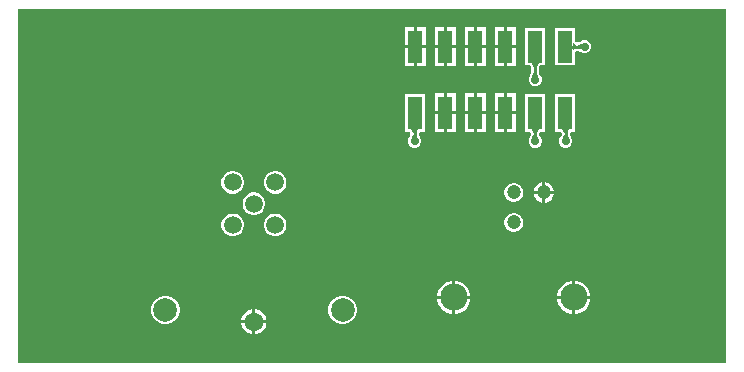
<source format=gtl>
G04*
G04 #@! TF.GenerationSoftware,Altium Limited,Altium Designer,25.8.1 (18)*
G04*
G04 Layer_Physical_Order=1*
G04 Layer_Color=255*
%FSLAX44Y44*%
%MOMM*%
G71*
G04*
G04 #@! TF.SameCoordinates,C19CE461-91EB-44EE-881C-4A3BDBF79EA7*
G04*
G04*
G04 #@! TF.FilePolarity,Positive*
G04*
G01*
G75*
%ADD13R,1.2700X2.8000*%
%ADD21C,0.2939*%
%ADD22C,1.2000*%
%ADD23C,2.3000*%
%ADD24C,1.6000*%
%ADD25C,3.5000*%
%ADD26C,1.5000*%
%ADD27C,2.0000*%
%ADD28C,0.3000*%
%ADD29C,0.7000*%
G36*
X600000Y0D02*
X0D01*
Y300000D01*
X600000D01*
Y0D01*
D02*
G37*
%LPC*%
G36*
X345390Y284540D02*
X337770D01*
Y269270D01*
X345390D01*
Y284540D01*
D02*
G37*
G36*
X421590D02*
X413970D01*
Y269270D01*
X421590D01*
Y284540D01*
D02*
G37*
G36*
X370790D02*
X363170D01*
Y269270D01*
X370790D01*
Y284540D01*
D02*
G37*
G36*
X396190D02*
X388570D01*
Y269270D01*
X396190D01*
Y284540D01*
D02*
G37*
G36*
X335230D02*
X327610D01*
Y269270D01*
X335230D01*
Y284540D01*
D02*
G37*
G36*
X411430D02*
X403810D01*
Y269270D01*
X411430D01*
Y284540D01*
D02*
G37*
G36*
X360630D02*
X353010D01*
Y269270D01*
X360630D01*
Y284540D01*
D02*
G37*
G36*
X386030D02*
X378410D01*
Y269270D01*
X386030D01*
Y284540D01*
D02*
G37*
G36*
X471850Y284000D02*
X455150D01*
Y252000D01*
X471850D01*
Y263796D01*
X473182Y264463D01*
X474455D01*
X476471Y263751D01*
X476884Y263337D01*
X478906Y262500D01*
X481094D01*
X483116Y263337D01*
X484663Y264884D01*
X485500Y266906D01*
Y269094D01*
X484663Y271115D01*
X483116Y272663D01*
X481094Y273500D01*
X478906D01*
X476884Y272663D01*
X476471Y272249D01*
X474455Y271537D01*
X473182D01*
X471850Y272204D01*
Y284000D01*
D02*
G37*
G36*
X421590Y266730D02*
X413970D01*
Y251460D01*
X421590D01*
Y266730D01*
D02*
G37*
G36*
X411430D02*
X403810D01*
Y251460D01*
X411430D01*
Y266730D01*
D02*
G37*
G36*
X396190D02*
X388570D01*
Y251460D01*
X396190D01*
Y266730D01*
D02*
G37*
G36*
X386030D02*
X378410D01*
Y251460D01*
X386030D01*
Y266730D01*
D02*
G37*
G36*
X370790D02*
X363170D01*
Y251460D01*
X370790D01*
Y266730D01*
D02*
G37*
G36*
X360630D02*
X353010D01*
Y251460D01*
X360630D01*
Y266730D01*
D02*
G37*
G36*
X345390D02*
X337770D01*
Y251460D01*
X345390D01*
Y266730D01*
D02*
G37*
G36*
X335230D02*
X327610D01*
Y251460D01*
X335230D01*
Y266730D01*
D02*
G37*
G36*
X446450Y284000D02*
X429750D01*
Y252000D01*
X433796D01*
X434463Y250668D01*
Y245544D01*
X433751Y243529D01*
X433337Y243116D01*
X432500Y241094D01*
Y238906D01*
X433337Y236884D01*
X434884Y235337D01*
X436906Y234500D01*
X439094D01*
X441115Y235337D01*
X442663Y236884D01*
X443500Y238906D01*
Y241094D01*
X442663Y243116D01*
X442249Y243529D01*
X441537Y245544D01*
Y250668D01*
X442204Y252000D01*
X446450D01*
Y284000D01*
D02*
G37*
G36*
X421590Y228540D02*
X413970D01*
Y213270D01*
X421590D01*
Y228540D01*
D02*
G37*
G36*
X370790D02*
X363170D01*
Y213270D01*
X370790D01*
Y228540D01*
D02*
G37*
G36*
X396190D02*
X388570D01*
Y213270D01*
X396190D01*
Y228540D01*
D02*
G37*
G36*
X411430D02*
X403810D01*
Y213270D01*
X411430D01*
Y228540D01*
D02*
G37*
G36*
X360630D02*
X353010D01*
Y213270D01*
X360630D01*
Y228540D01*
D02*
G37*
G36*
X386030D02*
X378410D01*
Y213270D01*
X386030D01*
Y228540D01*
D02*
G37*
G36*
X421590Y210730D02*
X413970D01*
Y195460D01*
X421590D01*
Y210730D01*
D02*
G37*
G36*
X411430D02*
X403810D01*
Y195460D01*
X411430D01*
Y210730D01*
D02*
G37*
G36*
X396190D02*
X388570D01*
Y195460D01*
X396190D01*
Y210730D01*
D02*
G37*
G36*
X386030D02*
X378410D01*
Y195460D01*
X386030D01*
Y210730D01*
D02*
G37*
G36*
X370790D02*
X363170D01*
Y195460D01*
X370790D01*
Y210730D01*
D02*
G37*
G36*
X360630D02*
X353010D01*
Y195460D01*
X360630D01*
Y210730D01*
D02*
G37*
G36*
X471850Y228000D02*
X455150D01*
Y196000D01*
X459796D01*
X460463Y194668D01*
Y193545D01*
X459751Y191529D01*
X459337Y191115D01*
X458500Y189094D01*
Y186906D01*
X459337Y184884D01*
X460885Y183337D01*
X462906Y182500D01*
X465094D01*
X467116Y183337D01*
X468663Y184884D01*
X469500Y186906D01*
Y189094D01*
X468663Y191115D01*
X468249Y191529D01*
X467537Y193545D01*
Y194668D01*
X468204Y196000D01*
X471850D01*
Y228000D01*
D02*
G37*
G36*
X446450D02*
X429750D01*
Y196000D01*
X433796D01*
X434463Y194668D01*
Y193545D01*
X433751Y191529D01*
X433337Y191115D01*
X432500Y189094D01*
Y186906D01*
X433337Y184884D01*
X434884Y183337D01*
X436906Y182500D01*
X439094D01*
X441115Y183337D01*
X442663Y184884D01*
X443500Y186906D01*
Y189094D01*
X442663Y191115D01*
X442249Y191529D01*
X441537Y193545D01*
Y194668D01*
X442204Y196000D01*
X446450D01*
Y228000D01*
D02*
G37*
G36*
X344850D02*
X328150D01*
Y196000D01*
X331796D01*
X332463Y194668D01*
Y193545D01*
X331751Y191529D01*
X331337Y191115D01*
X330500Y189094D01*
Y186906D01*
X331337Y184884D01*
X332884Y183337D01*
X334906Y182500D01*
X337094D01*
X339115Y183337D01*
X340663Y184884D01*
X341500Y186906D01*
Y189094D01*
X340663Y191115D01*
X340249Y191529D01*
X339537Y193545D01*
Y194668D01*
X340204Y196000D01*
X344850D01*
Y228000D01*
D02*
G37*
G36*
X446670Y153001D02*
Y145770D01*
X453901D01*
X453358Y147796D01*
X452234Y149744D01*
X450644Y151334D01*
X448696Y152458D01*
X446670Y153001D01*
D02*
G37*
G36*
X444130D02*
X442104Y152458D01*
X440156Y151334D01*
X438566Y149744D01*
X437442Y147796D01*
X436899Y145770D01*
X444130D01*
Y153001D01*
D02*
G37*
G36*
X219251Y162500D02*
X216749D01*
X214333Y161853D01*
X212167Y160602D01*
X210398Y158833D01*
X209147Y156667D01*
X208500Y154251D01*
Y151749D01*
X209147Y149333D01*
X210398Y147167D01*
X212167Y145398D01*
X214333Y144147D01*
X216749Y143500D01*
X219251D01*
X221667Y144147D01*
X223833Y145398D01*
X225602Y147167D01*
X226853Y149333D01*
X227500Y151749D01*
Y154251D01*
X226853Y156667D01*
X225602Y158833D01*
X223833Y160602D01*
X221667Y161853D01*
X219251Y162500D01*
D02*
G37*
G36*
X183251D02*
X180749D01*
X178333Y161853D01*
X176167Y160602D01*
X174398Y158833D01*
X173148Y156667D01*
X172500Y154251D01*
Y151749D01*
X173148Y149333D01*
X174398Y147167D01*
X176167Y145398D01*
X178333Y144147D01*
X180749Y143500D01*
X183251D01*
X185667Y144147D01*
X187833Y145398D01*
X189602Y147167D01*
X190853Y149333D01*
X191500Y151749D01*
Y154251D01*
X190853Y156667D01*
X189602Y158833D01*
X187833Y160602D01*
X185667Y161853D01*
X183251Y162500D01*
D02*
G37*
G36*
X421053Y152500D02*
X418947D01*
X416912Y151955D01*
X415088Y150902D01*
X413598Y149412D01*
X412545Y147588D01*
X412000Y145553D01*
Y143447D01*
X412545Y141412D01*
X413598Y139588D01*
X415088Y138098D01*
X416912Y137045D01*
X418947Y136500D01*
X421053D01*
X423088Y137045D01*
X424912Y138098D01*
X426402Y139588D01*
X427455Y141412D01*
X428000Y143447D01*
Y145553D01*
X427455Y147588D01*
X426402Y149412D01*
X424912Y150902D01*
X423088Y151955D01*
X421053Y152500D01*
D02*
G37*
G36*
X453901Y143230D02*
X446670D01*
Y135999D01*
X448696Y136542D01*
X450644Y137666D01*
X452234Y139256D01*
X453358Y141204D01*
X453901Y143230D01*
D02*
G37*
G36*
X444130D02*
X436899D01*
X437442Y141204D01*
X438566Y139256D01*
X440156Y137666D01*
X442104Y136542D01*
X444130Y135999D01*
Y143230D01*
D02*
G37*
G36*
X201251Y144500D02*
X198749D01*
X196333Y143853D01*
X194167Y142602D01*
X192398Y140833D01*
X191147Y138667D01*
X190500Y136251D01*
Y133749D01*
X191147Y131333D01*
X192398Y129167D01*
X194167Y127398D01*
X196333Y126147D01*
X198749Y125500D01*
X201251D01*
X203667Y126147D01*
X205833Y127398D01*
X207602Y129167D01*
X208853Y131333D01*
X209500Y133749D01*
Y136251D01*
X208853Y138667D01*
X207602Y140833D01*
X205833Y142602D01*
X203667Y143853D01*
X201251Y144500D01*
D02*
G37*
G36*
X421053Y127100D02*
X418947D01*
X416912Y126555D01*
X415088Y125502D01*
X413598Y124012D01*
X412545Y122188D01*
X412000Y120153D01*
Y118047D01*
X412545Y116012D01*
X413598Y114188D01*
X415088Y112698D01*
X416912Y111645D01*
X418947Y111100D01*
X421053D01*
X423088Y111645D01*
X424912Y112698D01*
X426402Y114188D01*
X427455Y116012D01*
X428000Y118047D01*
Y120153D01*
X427455Y122188D01*
X426402Y124012D01*
X424912Y125502D01*
X423088Y126555D01*
X421053Y127100D01*
D02*
G37*
G36*
X219251Y126500D02*
X216749D01*
X214333Y125853D01*
X212167Y124602D01*
X210398Y122833D01*
X209147Y120667D01*
X208500Y118251D01*
Y115749D01*
X209147Y113333D01*
X210398Y111167D01*
X212167Y109398D01*
X214333Y108147D01*
X216749Y107500D01*
X219251D01*
X221667Y108147D01*
X223833Y109398D01*
X225602Y111167D01*
X226853Y113333D01*
X227500Y115749D01*
Y118251D01*
X226853Y120667D01*
X225602Y122833D01*
X223833Y124602D01*
X221667Y125853D01*
X219251Y126500D01*
D02*
G37*
G36*
X183251D02*
X180749D01*
X178333Y125853D01*
X176167Y124602D01*
X174398Y122833D01*
X173148Y120667D01*
X172500Y118251D01*
Y115749D01*
X173148Y113333D01*
X174398Y111167D01*
X176167Y109398D01*
X178333Y108147D01*
X180749Y107500D01*
X183251D01*
X185667Y108147D01*
X187833Y109398D01*
X189602Y111167D01*
X190853Y113333D01*
X191500Y115749D01*
Y118251D01*
X190853Y120667D01*
X189602Y122833D01*
X187833Y124602D01*
X185667Y125853D01*
X183251Y126500D01*
D02*
G37*
G36*
X472648Y69640D02*
X472070D01*
Y56870D01*
X484840D01*
Y57448D01*
X483883Y61019D01*
X482035Y64221D01*
X479421Y66835D01*
X476219Y68683D01*
X472648Y69640D01*
D02*
G37*
G36*
X469530D02*
X468952D01*
X465381Y68683D01*
X462179Y66835D01*
X459565Y64221D01*
X457717Y61019D01*
X456760Y57448D01*
Y56870D01*
X469530D01*
Y69640D01*
D02*
G37*
G36*
X371048D02*
X370470D01*
Y56870D01*
X383240D01*
Y57448D01*
X382283Y61019D01*
X380435Y64221D01*
X377821Y66835D01*
X374619Y68683D01*
X371048Y69640D01*
D02*
G37*
G36*
X367930D02*
X367352D01*
X363781Y68683D01*
X360579Y66835D01*
X357965Y64221D01*
X356117Y61019D01*
X355160Y57448D01*
Y56870D01*
X367930D01*
Y69640D01*
D02*
G37*
G36*
X484840Y54330D02*
X472070D01*
Y41560D01*
X472648D01*
X476219Y42517D01*
X479421Y44365D01*
X482035Y46979D01*
X483883Y50181D01*
X484840Y53752D01*
Y54330D01*
D02*
G37*
G36*
X469530D02*
X456760D01*
Y53752D01*
X457717Y50181D01*
X459565Y46979D01*
X462179Y44365D01*
X465381Y42517D01*
X468952Y41560D01*
X469530D01*
Y54330D01*
D02*
G37*
G36*
X383240D02*
X370470D01*
Y41560D01*
X371048D01*
X374619Y42517D01*
X377821Y44365D01*
X380435Y46979D01*
X382283Y50181D01*
X383240Y53752D01*
Y54330D01*
D02*
G37*
G36*
X367930D02*
X355160D01*
Y53752D01*
X356117Y50181D01*
X357965Y46979D01*
X360579Y44365D01*
X363781Y42517D01*
X367352Y41560D01*
X367930D01*
Y54330D01*
D02*
G37*
G36*
X201388Y45540D02*
X201270D01*
Y36270D01*
X210540D01*
Y36388D01*
X209822Y39068D01*
X208434Y41472D01*
X206472Y43434D01*
X204068Y44822D01*
X201388Y45540D01*
D02*
G37*
G36*
X198730D02*
X198612D01*
X195932Y44822D01*
X193528Y43434D01*
X191566Y41472D01*
X190178Y39068D01*
X189460Y36388D01*
Y36270D01*
X198730D01*
Y45540D01*
D02*
G37*
G36*
X276580Y57000D02*
X273420D01*
X270368Y56182D01*
X267632Y54602D01*
X265398Y52368D01*
X263818Y49632D01*
X263000Y46580D01*
Y43420D01*
X263818Y40368D01*
X265398Y37632D01*
X267632Y35398D01*
X270368Y33818D01*
X273420Y33000D01*
X276580D01*
X279632Y33818D01*
X282368Y35398D01*
X284602Y37632D01*
X286182Y40368D01*
X287000Y43420D01*
Y46580D01*
X286182Y49632D01*
X284602Y52368D01*
X282368Y54602D01*
X279632Y56182D01*
X276580Y57000D01*
D02*
G37*
G36*
X126580D02*
X123420D01*
X120368Y56182D01*
X117632Y54602D01*
X115398Y52368D01*
X113818Y49632D01*
X113000Y46580D01*
Y43420D01*
X113818Y40368D01*
X115398Y37632D01*
X117632Y35398D01*
X120368Y33818D01*
X123420Y33000D01*
X126580D01*
X129632Y33818D01*
X132368Y35398D01*
X134602Y37632D01*
X136182Y40368D01*
X137000Y43420D01*
Y46580D01*
X136182Y49632D01*
X134602Y52368D01*
X132368Y54602D01*
X129632Y56182D01*
X126580Y57000D01*
D02*
G37*
G36*
X210540Y33730D02*
X201270D01*
Y24460D01*
X201388D01*
X204068Y25178D01*
X206472Y26566D01*
X208434Y28528D01*
X209822Y30932D01*
X210540Y33612D01*
Y33730D01*
D02*
G37*
G36*
X198730D02*
X189460D01*
Y33612D01*
X190178Y30932D01*
X191566Y28528D01*
X193528Y26566D01*
X195932Y25178D01*
X198612Y24460D01*
X198730D01*
Y33730D01*
D02*
G37*
%LPD*%
G36*
X477500Y265550D02*
X474723Y266530D01*
Y269470D01*
X477500Y270450D01*
Y265550D01*
D02*
G37*
G36*
X472758Y269470D02*
Y266530D01*
X469819Y265061D01*
Y270939D01*
X472758Y269470D01*
D02*
G37*
G36*
X439469Y251091D02*
X436530D01*
X435061Y254030D01*
X440939D01*
X439469Y251091D01*
D02*
G37*
G36*
X440450Y242500D02*
X435550D01*
X436530Y245277D01*
X439469D01*
X440450Y242500D01*
D02*
G37*
G36*
X465470Y195091D02*
X462531D01*
X461061Y198030D01*
X466939D01*
X465470Y195091D01*
D02*
G37*
G36*
X466450Y190499D02*
X461550D01*
X462531Y193277D01*
X465470D01*
X466450Y190499D01*
D02*
G37*
G36*
X439469Y195091D02*
X436530D01*
X435061Y198030D01*
X440939D01*
X439469Y195091D01*
D02*
G37*
G36*
X440450Y190499D02*
X435550D01*
X436530Y193277D01*
X439469D01*
X440450Y190499D01*
D02*
G37*
G36*
X337469Y195091D02*
X334530D01*
X333061Y198030D01*
X338939D01*
X337469Y195091D01*
D02*
G37*
G36*
X338450Y190499D02*
X333550D01*
X334530Y193277D01*
X337469D01*
X338450Y190499D01*
D02*
G37*
D13*
X438100Y268000D02*
D03*
X336500D02*
D03*
X361900D02*
D03*
X387300D02*
D03*
X412700D02*
D03*
X361900Y212000D02*
D03*
X387300D02*
D03*
X412700D02*
D03*
X463500D02*
D03*
X438100D02*
D03*
X336500D02*
D03*
X463500Y268000D02*
D03*
D21*
X438000Y240000D02*
Y267900D01*
X438100Y268000D01*
X463500D02*
X480000D01*
X438000Y188000D02*
Y211900D01*
X438100Y212000D01*
X464000Y188000D02*
Y211500D01*
X463500Y212000D02*
X464000Y211500D01*
X336000Y211500D02*
X336500Y212000D01*
X336000Y188000D02*
Y211500D01*
D22*
X420000Y119100D02*
D03*
X445400Y144500D02*
D03*
X420000D02*
D03*
D23*
X470800Y55600D02*
D03*
X369200D02*
D03*
D24*
X200000Y35000D02*
D03*
D25*
X30000Y30000D02*
D03*
X570000D02*
D03*
Y270000D02*
D03*
X30000D02*
D03*
D26*
X200000Y135000D02*
D03*
X182000Y117000D02*
D03*
X218000D02*
D03*
Y153000D02*
D03*
X182000D02*
D03*
D27*
X275000Y45000D02*
D03*
X125000D02*
D03*
D28*
X421000Y185000D02*
D03*
X475000Y175000D02*
D03*
X462000Y160000D02*
D03*
X450000Y185000D02*
D03*
Y180000D02*
D03*
X432500Y135000D02*
D03*
Y140000D02*
D03*
Y145000D02*
D03*
Y150000D02*
D03*
X435000Y155000D02*
D03*
X440000Y160000D02*
D03*
X495000Y130000D02*
D03*
X490000D02*
D03*
X485000D02*
D03*
X480000D02*
D03*
X475000D02*
D03*
X470000D02*
D03*
X465000D02*
D03*
X460000D02*
D03*
X455000D02*
D03*
X450000D02*
D03*
X445000D02*
D03*
X440000D02*
D03*
X435000D02*
D03*
X430000D02*
D03*
X425000D02*
D03*
X415000D02*
D03*
X420000D02*
D03*
X405000Y140000D02*
D03*
X410000Y135000D02*
D03*
Y130000D02*
D03*
X405000Y125000D02*
D03*
Y120000D02*
D03*
Y115000D02*
D03*
X410000Y110000D02*
D03*
X415000Y105000D02*
D03*
X420000D02*
D03*
X425000D02*
D03*
X430000Y110000D02*
D03*
X435000D02*
D03*
X440000D02*
D03*
X445000D02*
D03*
X450000D02*
D03*
X455000D02*
D03*
X460000D02*
D03*
X465000D02*
D03*
X470000D02*
D03*
X475000D02*
D03*
X480000D02*
D03*
X485000D02*
D03*
X490000D02*
D03*
X495000D02*
D03*
X500000D02*
D03*
X505000D02*
D03*
X510000D02*
D03*
X395000Y80000D02*
D03*
X415000D02*
D03*
X490000Y100000D02*
D03*
X485000D02*
D03*
X435000Y80000D02*
D03*
X475000D02*
D03*
X455000D02*
D03*
X495000Y100000D02*
D03*
X355000Y80000D02*
D03*
D03*
X590000Y280000D02*
D03*
Y240000D02*
D03*
X580000Y220000D02*
D03*
X590000Y200000D02*
D03*
X580000Y180000D02*
D03*
X590000Y160000D02*
D03*
X580000Y140000D02*
D03*
X590000Y120000D02*
D03*
X580000Y100000D02*
D03*
X590000Y80000D02*
D03*
X580000Y60000D02*
D03*
X590000Y40000D02*
D03*
X570000Y240000D02*
D03*
X560000Y220000D02*
D03*
X570000Y200000D02*
D03*
X560000Y180000D02*
D03*
X570000Y160000D02*
D03*
X560000Y140000D02*
D03*
X570000Y120000D02*
D03*
X560000Y100000D02*
D03*
X570000Y80000D02*
D03*
X560000Y60000D02*
D03*
X550000Y280000D02*
D03*
Y240000D02*
D03*
Y200000D02*
D03*
Y160000D02*
D03*
Y120000D02*
D03*
X540000Y100000D02*
D03*
X550000Y80000D02*
D03*
X540000Y60000D02*
D03*
X550000Y40000D02*
D03*
X540000Y20000D02*
D03*
X530000Y280000D02*
D03*
X520000Y260000D02*
D03*
X530000Y240000D02*
D03*
X520000Y220000D02*
D03*
X530000Y200000D02*
D03*
X520000Y180000D02*
D03*
X530000Y160000D02*
D03*
X520000Y140000D02*
D03*
X530000Y80000D02*
D03*
X520000Y60000D02*
D03*
X530000Y40000D02*
D03*
X520000Y20000D02*
D03*
X510000Y280000D02*
D03*
Y240000D02*
D03*
X500000Y220000D02*
D03*
Y180000D02*
D03*
Y140000D02*
D03*
Y100000D02*
D03*
X510000Y80000D02*
D03*
X500000Y60000D02*
D03*
X510000Y40000D02*
D03*
X500000Y20000D02*
D03*
X490000Y280000D02*
D03*
X480000Y260000D02*
D03*
Y220000D02*
D03*
X490000Y200000D02*
D03*
Y160000D02*
D03*
X480000Y140000D02*
D03*
Y100000D02*
D03*
Y20000D02*
D03*
X470000Y160000D02*
D03*
X460000Y140000D02*
D03*
Y100000D02*
D03*
Y20000D02*
D03*
X450000Y280000D02*
D03*
Y200000D02*
D03*
X440000Y100000D02*
D03*
Y60000D02*
D03*
Y20000D02*
D03*
X420000Y100000D02*
D03*
Y60000D02*
D03*
X430000Y40000D02*
D03*
X420000Y20000D02*
D03*
X400000Y260000D02*
D03*
X410000Y240000D02*
D03*
X400000Y220000D02*
D03*
Y140000D02*
D03*
Y100000D02*
D03*
Y60000D02*
D03*
X410000Y40000D02*
D03*
X400000Y20000D02*
D03*
X390000Y240000D02*
D03*
X380000Y180000D02*
D03*
X390000Y120000D02*
D03*
X380000Y100000D02*
D03*
Y20000D02*
D03*
X370000Y240000D02*
D03*
X360000Y180000D02*
D03*
X370000Y160000D02*
D03*
Y120000D02*
D03*
X360000Y100000D02*
D03*
Y20000D02*
D03*
X350000Y280000D02*
D03*
Y240000D02*
D03*
Y200000D02*
D03*
Y160000D02*
D03*
Y120000D02*
D03*
X340000Y100000D02*
D03*
Y60000D02*
D03*
Y20000D02*
D03*
X320000Y260000D02*
D03*
X330000Y240000D02*
D03*
X320000Y220000D02*
D03*
X330000Y160000D02*
D03*
Y120000D02*
D03*
X320000Y100000D02*
D03*
X330000Y80000D02*
D03*
X320000Y60000D02*
D03*
X330000Y40000D02*
D03*
X320000Y20000D02*
D03*
X310000Y280000D02*
D03*
X300000Y260000D02*
D03*
X310000Y240000D02*
D03*
X300000Y220000D02*
D03*
X310000Y200000D02*
D03*
Y160000D02*
D03*
Y120000D02*
D03*
X300000Y100000D02*
D03*
X310000Y80000D02*
D03*
X300000Y60000D02*
D03*
X310000Y40000D02*
D03*
X300000Y20000D02*
D03*
X290000Y280000D02*
D03*
X280000Y260000D02*
D03*
X290000Y240000D02*
D03*
X280000Y220000D02*
D03*
X290000Y200000D02*
D03*
Y160000D02*
D03*
Y120000D02*
D03*
X280000Y100000D02*
D03*
X290000Y80000D02*
D03*
X280000Y60000D02*
D03*
X290000Y40000D02*
D03*
X280000Y20000D02*
D03*
X270000Y280000D02*
D03*
X260000Y260000D02*
D03*
X270000Y240000D02*
D03*
X260000Y220000D02*
D03*
X270000Y200000D02*
D03*
Y160000D02*
D03*
Y120000D02*
D03*
X260000Y100000D02*
D03*
X270000Y80000D02*
D03*
X260000Y60000D02*
D03*
Y20000D02*
D03*
X250000Y280000D02*
D03*
X240000Y260000D02*
D03*
X250000Y240000D02*
D03*
X240000Y220000D02*
D03*
X250000Y200000D02*
D03*
Y160000D02*
D03*
Y120000D02*
D03*
X240000Y100000D02*
D03*
X250000Y80000D02*
D03*
X240000Y60000D02*
D03*
X250000Y40000D02*
D03*
X240000Y20000D02*
D03*
X230000Y280000D02*
D03*
X220000Y260000D02*
D03*
X230000Y240000D02*
D03*
X220000Y220000D02*
D03*
X230000Y200000D02*
D03*
Y160000D02*
D03*
X220000Y100000D02*
D03*
X230000Y80000D02*
D03*
X220000Y60000D02*
D03*
X230000Y40000D02*
D03*
X220000Y20000D02*
D03*
X210000Y280000D02*
D03*
X200000Y260000D02*
D03*
X210000Y240000D02*
D03*
X200000Y220000D02*
D03*
X210000Y200000D02*
D03*
X200000Y100000D02*
D03*
X210000Y80000D02*
D03*
X200000Y60000D02*
D03*
X190000Y280000D02*
D03*
X180000Y260000D02*
D03*
X190000Y240000D02*
D03*
X180000Y220000D02*
D03*
X190000Y200000D02*
D03*
Y80000D02*
D03*
X180000Y60000D02*
D03*
Y20000D02*
D03*
X170000Y280000D02*
D03*
X160000Y260000D02*
D03*
X170000Y240000D02*
D03*
X160000Y220000D02*
D03*
X170000Y200000D02*
D03*
X160000Y180000D02*
D03*
Y140000D02*
D03*
Y100000D02*
D03*
X170000Y80000D02*
D03*
X160000Y60000D02*
D03*
X170000Y40000D02*
D03*
X160000Y20000D02*
D03*
X150000Y280000D02*
D03*
X140000Y260000D02*
D03*
X150000Y240000D02*
D03*
X140000Y220000D02*
D03*
X150000Y200000D02*
D03*
X140000Y180000D02*
D03*
X150000Y160000D02*
D03*
X140000Y140000D02*
D03*
X150000Y120000D02*
D03*
X140000Y100000D02*
D03*
X150000Y80000D02*
D03*
X140000Y60000D02*
D03*
X150000Y40000D02*
D03*
X140000Y20000D02*
D03*
X130000Y280000D02*
D03*
X120000Y260000D02*
D03*
X130000Y240000D02*
D03*
X120000Y220000D02*
D03*
X130000Y200000D02*
D03*
X120000Y180000D02*
D03*
X130000Y160000D02*
D03*
X120000Y140000D02*
D03*
X130000Y120000D02*
D03*
X120000Y100000D02*
D03*
X130000Y80000D02*
D03*
X120000Y60000D02*
D03*
Y20000D02*
D03*
X110000Y280000D02*
D03*
X100000Y260000D02*
D03*
X110000Y240000D02*
D03*
X100000Y220000D02*
D03*
X110000Y200000D02*
D03*
X100000Y180000D02*
D03*
X110000Y160000D02*
D03*
X100000Y140000D02*
D03*
X110000Y120000D02*
D03*
X100000Y100000D02*
D03*
X110000Y80000D02*
D03*
X100000Y60000D02*
D03*
X110000Y40000D02*
D03*
X100000Y20000D02*
D03*
X90000Y280000D02*
D03*
X80000Y260000D02*
D03*
X90000Y240000D02*
D03*
X80000Y220000D02*
D03*
X90000Y200000D02*
D03*
X80000Y180000D02*
D03*
X90000Y160000D02*
D03*
X80000Y140000D02*
D03*
X90000Y120000D02*
D03*
X80000Y100000D02*
D03*
X90000Y80000D02*
D03*
X80000Y60000D02*
D03*
X90000Y40000D02*
D03*
X80000Y20000D02*
D03*
X70000Y280000D02*
D03*
X60000Y260000D02*
D03*
X70000Y240000D02*
D03*
X60000Y220000D02*
D03*
X70000Y200000D02*
D03*
X60000Y180000D02*
D03*
X70000Y160000D02*
D03*
X60000Y140000D02*
D03*
X70000Y120000D02*
D03*
X60000Y100000D02*
D03*
X70000Y80000D02*
D03*
X60000Y60000D02*
D03*
X70000Y40000D02*
D03*
X60000Y20000D02*
D03*
X50000Y280000D02*
D03*
Y240000D02*
D03*
X40000Y220000D02*
D03*
X50000Y200000D02*
D03*
X40000Y180000D02*
D03*
X50000Y160000D02*
D03*
X40000Y140000D02*
D03*
X50000Y120000D02*
D03*
X40000Y100000D02*
D03*
X50000Y80000D02*
D03*
X40000Y60000D02*
D03*
X50000Y40000D02*
D03*
X30000Y240000D02*
D03*
X20000Y220000D02*
D03*
X30000Y200000D02*
D03*
X20000Y180000D02*
D03*
X30000Y160000D02*
D03*
X20000Y140000D02*
D03*
X30000Y120000D02*
D03*
X20000Y100000D02*
D03*
X30000Y80000D02*
D03*
X20000Y60000D02*
D03*
X450000Y100000D02*
D03*
X410000D02*
D03*
X370000D02*
D03*
X365000D02*
D03*
X445000D02*
D03*
X405000D02*
D03*
X435000D02*
D03*
X475000D02*
D03*
X355000D02*
D03*
X395000D02*
D03*
X470000D02*
D03*
X430000D02*
D03*
X390000D02*
D03*
X350000D02*
D03*
X465000D02*
D03*
X425000D02*
D03*
X385000D02*
D03*
X415000D02*
D03*
X455000D02*
D03*
X375000D02*
D03*
X345000D02*
D03*
X192500Y145000D02*
D03*
X187500Y140000D02*
D03*
X192500Y125000D02*
D03*
X187500Y130000D02*
D03*
X185000Y135000D02*
D03*
X180000D02*
D03*
X229000Y127000D02*
D03*
X223000Y129000D02*
D03*
X218000D02*
D03*
X212500Y127500D02*
D03*
X207500Y125000D02*
D03*
X229000Y143000D02*
D03*
X223000Y141000D02*
D03*
X218000D02*
D03*
X212500Y142500D02*
D03*
X207500Y145000D02*
D03*
X230000Y115000D02*
D03*
X227500Y110000D02*
D03*
X222500Y105000D02*
D03*
X217500D02*
D03*
X212500D02*
D03*
X207500Y110000D02*
D03*
D03*
X425000Y240000D02*
D03*
Y245000D02*
D03*
Y250000D02*
D03*
X495000Y249000D02*
D03*
X490000Y250000D02*
D03*
X480000D02*
D03*
X485000D02*
D03*
X475000Y247000D02*
D03*
X470000D02*
D03*
X465000D02*
D03*
X460000D02*
D03*
X455000D02*
D03*
X450000Y250000D02*
D03*
X465000Y232500D02*
D03*
X460000D02*
D03*
X455000D02*
D03*
X450000Y230000D02*
D03*
X425000Y235000D02*
D03*
Y230000D02*
D03*
Y225000D02*
D03*
X350000D02*
D03*
Y230000D02*
D03*
Y235000D02*
D03*
X345000D02*
D03*
X340000D02*
D03*
X335000D02*
D03*
X330000D02*
D03*
X325000D02*
D03*
Y230000D02*
D03*
Y225000D02*
D03*
X480000Y230000D02*
D03*
X475000D02*
D03*
X470000Y232500D02*
D03*
X475000Y195000D02*
D03*
Y190000D02*
D03*
Y185000D02*
D03*
Y180000D02*
D03*
X472000Y170000D02*
D03*
X467000Y165000D02*
D03*
X455000Y160000D02*
D03*
X416000Y185000D02*
D03*
X405000Y180000D02*
D03*
X411000Y185000D02*
D03*
X400000Y175000D02*
D03*
X395000Y170000D02*
D03*
X390000Y165000D02*
D03*
X385000Y160000D02*
D03*
X380000Y155000D02*
D03*
X375000Y150000D02*
D03*
X395000Y140000D02*
D03*
X390000Y135000D02*
D03*
X385000Y130000D02*
D03*
X380000Y125000D02*
D03*
X370000Y145000D02*
D03*
X365000D02*
D03*
X360000D02*
D03*
X355000D02*
D03*
X350000D02*
D03*
X345000D02*
D03*
X340000D02*
D03*
X335000D02*
D03*
X330000D02*
D03*
X325000D02*
D03*
X320000D02*
D03*
X315000D02*
D03*
X310000D02*
D03*
X305000D02*
D03*
X300000D02*
D03*
X295000D02*
D03*
X290000D02*
D03*
X285000D02*
D03*
X280000D02*
D03*
X275000D02*
D03*
X270000D02*
D03*
X265000D02*
D03*
X260000D02*
D03*
X255000D02*
D03*
X250000D02*
D03*
X245000D02*
D03*
X240000D02*
D03*
X235000D02*
D03*
D03*
X232500Y150000D02*
D03*
X230000Y155000D02*
D03*
X375000Y125000D02*
D03*
X370000D02*
D03*
X365000D02*
D03*
X360000D02*
D03*
X355000D02*
D03*
X350000D02*
D03*
X345000D02*
D03*
D03*
D03*
X340000D02*
D03*
X335000D02*
D03*
X330000D02*
D03*
X325000D02*
D03*
X320000D02*
D03*
X315000D02*
D03*
X310000D02*
D03*
X305000D02*
D03*
X300000D02*
D03*
X295000D02*
D03*
X290000D02*
D03*
X285000D02*
D03*
X280000D02*
D03*
X275000D02*
D03*
X270000D02*
D03*
X265000D02*
D03*
X260000D02*
D03*
X255000D02*
D03*
X250000D02*
D03*
X245000D02*
D03*
X240000D02*
D03*
X235000D02*
D03*
D03*
X232500Y120000D02*
D03*
X205000Y115000D02*
D03*
X167500Y157500D02*
D03*
Y150000D02*
D03*
X170000Y142500D02*
D03*
X175000Y137500D02*
D03*
Y132500D02*
D03*
X170000Y127500D02*
D03*
X205000Y157500D02*
D03*
X525000Y120000D02*
D03*
X450000Y160000D02*
D03*
X445000D02*
D03*
X453000Y65000D02*
D03*
X350000Y220000D02*
D03*
Y215000D02*
D03*
Y210000D02*
D03*
Y205000D02*
D03*
Y195000D02*
D03*
Y190000D02*
D03*
Y185000D02*
D03*
Y175000D02*
D03*
Y180000D02*
D03*
X345000Y170000D02*
D03*
X340000Y165000D02*
D03*
X335000Y160000D02*
D03*
X325000D02*
D03*
X320000D02*
D03*
X315000D02*
D03*
X305000D02*
D03*
X300000D02*
D03*
X295000D02*
D03*
X285000D02*
D03*
X280000D02*
D03*
X275000D02*
D03*
X265000D02*
D03*
X260000D02*
D03*
X255000D02*
D03*
X245000D02*
D03*
X240000D02*
D03*
X235000D02*
D03*
X226000Y164000D02*
D03*
X220000Y166000D02*
D03*
X215000D02*
D03*
X210000D02*
D03*
X205000Y165000D02*
D03*
X200000D02*
D03*
X195000Y160000D02*
D03*
Y155000D02*
D03*
Y115000D02*
D03*
X185000Y180000D02*
D03*
X190000Y185000D02*
D03*
X195000D02*
D03*
X200000D02*
D03*
X205000D02*
D03*
X210000D02*
D03*
X215000D02*
D03*
X220000D02*
D03*
X230000D02*
D03*
X225000D02*
D03*
X235000D02*
D03*
X240000D02*
D03*
X245000D02*
D03*
X250000D02*
D03*
X255000D02*
D03*
X260000D02*
D03*
X265000D02*
D03*
X270000D02*
D03*
X280000D02*
D03*
X275000D02*
D03*
X285000D02*
D03*
X290000D02*
D03*
X295000D02*
D03*
X300000D02*
D03*
X310000D02*
D03*
X305000D02*
D03*
X315000D02*
D03*
X320000D02*
D03*
X325000Y190000D02*
D03*
Y195000D02*
D03*
Y200000D02*
D03*
Y205000D02*
D03*
Y210000D02*
D03*
Y215000D02*
D03*
Y220000D02*
D03*
X180000Y175000D02*
D03*
X175000Y170000D02*
D03*
X170000Y165000D02*
D03*
X205000Y150000D02*
D03*
X200000D02*
D03*
X195000D02*
D03*
X205000Y120000D02*
D03*
X200000D02*
D03*
X445000Y290000D02*
D03*
X440000D02*
D03*
X435000D02*
D03*
X430000D02*
D03*
X425000D02*
D03*
Y285000D02*
D03*
Y280000D02*
D03*
Y275000D02*
D03*
Y270000D02*
D03*
Y260000D02*
D03*
Y265000D02*
D03*
Y255000D02*
D03*
X190000Y25000D02*
D03*
X185000Y35000D02*
D03*
X190000Y45000D02*
D03*
X200000Y50000D02*
D03*
X210000Y45000D02*
D03*
X215000Y35000D02*
D03*
X210000Y25000D02*
D03*
X200000Y20000D02*
D03*
X460000Y38000D02*
D03*
X453000Y45000D02*
D03*
X387500Y65000D02*
D03*
X450000Y55000D02*
D03*
X460000Y72000D02*
D03*
X469500Y75000D02*
D03*
X480000Y72000D02*
D03*
X487000Y65000D02*
D03*
X490000Y55000D02*
D03*
X487000Y45000D02*
D03*
X479500Y37500D02*
D03*
X469500Y35000D02*
D03*
X360000Y37500D02*
D03*
X352500Y45000D02*
D03*
X350000Y55000D02*
D03*
X352500Y65000D02*
D03*
X360000Y72500D02*
D03*
X370000Y75000D02*
D03*
X380000Y72500D02*
D03*
X390000Y55000D02*
D03*
X387500Y45000D02*
D03*
X380000Y37500D02*
D03*
X370000Y35000D02*
D03*
X425000Y220000D02*
D03*
Y215000D02*
D03*
Y210000D02*
D03*
Y200000D02*
D03*
Y205000D02*
D03*
Y195000D02*
D03*
Y190000D02*
D03*
X500000Y245000D02*
D03*
X505000Y240000D02*
D03*
X510000Y235000D02*
D03*
X515000Y230000D02*
D03*
X520000Y225000D02*
D03*
Y215000D02*
D03*
Y210000D02*
D03*
Y205000D02*
D03*
Y200000D02*
D03*
Y195000D02*
D03*
Y190000D02*
D03*
Y185000D02*
D03*
X450000Y225000D02*
D03*
Y220000D02*
D03*
Y210000D02*
D03*
Y215000D02*
D03*
Y205000D02*
D03*
Y195000D02*
D03*
Y190000D02*
D03*
X475000Y200000D02*
D03*
Y205000D02*
D03*
Y210000D02*
D03*
Y215000D02*
D03*
Y220000D02*
D03*
Y225000D02*
D03*
X485000Y230000D02*
D03*
X490000Y225000D02*
D03*
X495000Y220000D02*
D03*
X500000Y215000D02*
D03*
Y210000D02*
D03*
Y205000D02*
D03*
Y200000D02*
D03*
Y195000D02*
D03*
Y190000D02*
D03*
Y185000D02*
D03*
X520000Y175000D02*
D03*
Y170000D02*
D03*
Y165000D02*
D03*
Y160000D02*
D03*
Y155000D02*
D03*
Y150000D02*
D03*
Y145000D02*
D03*
X500000Y175000D02*
D03*
Y170000D02*
D03*
Y165000D02*
D03*
Y160000D02*
D03*
Y150000D02*
D03*
Y155000D02*
D03*
Y145000D02*
D03*
X520000Y135000D02*
D03*
Y130000D02*
D03*
Y125000D02*
D03*
Y120000D02*
D03*
X500000Y135000D02*
D03*
X505000Y100000D02*
D03*
X510000Y105000D02*
D03*
X515000Y110000D02*
D03*
X520000Y115000D02*
D03*
X530000Y125000D02*
D03*
Y130000D02*
D03*
Y135000D02*
D03*
Y140000D02*
D03*
Y145000D02*
D03*
Y150000D02*
D03*
Y155000D02*
D03*
Y165000D02*
D03*
Y170000D02*
D03*
Y175000D02*
D03*
Y180000D02*
D03*
Y185000D02*
D03*
Y190000D02*
D03*
Y195000D02*
D03*
Y205000D02*
D03*
Y210000D02*
D03*
Y215000D02*
D03*
Y220000D02*
D03*
Y225000D02*
D03*
Y230000D02*
D03*
Y235000D02*
D03*
Y245000D02*
D03*
X525000Y250000D02*
D03*
X520000Y255000D02*
D03*
X515000Y260000D02*
D03*
X510000D02*
D03*
X505000D02*
D03*
X500000D02*
D03*
X495000D02*
D03*
X490000D02*
D03*
X485000D02*
D03*
X480000Y255000D02*
D03*
X450000D02*
D03*
Y260000D02*
D03*
Y265000D02*
D03*
Y270000D02*
D03*
Y275000D02*
D03*
Y285000D02*
D03*
Y290000D02*
D03*
X455000D02*
D03*
X460000D02*
D03*
X465000D02*
D03*
X470000D02*
D03*
X475000D02*
D03*
Y285000D02*
D03*
Y280000D02*
D03*
X480000D02*
D03*
X485000D02*
D03*
X490000Y275000D02*
D03*
X495000D02*
D03*
X500000D02*
D03*
X505000D02*
D03*
X510000D02*
D03*
X515000D02*
D03*
X520000D02*
D03*
X525000D02*
D03*
X530000D02*
D03*
X535000Y270000D02*
D03*
X540000Y265000D02*
D03*
X545000Y260000D02*
D03*
X550000Y255000D02*
D03*
Y250000D02*
D03*
Y245000D02*
D03*
Y235000D02*
D03*
D03*
Y230000D02*
D03*
Y225000D02*
D03*
Y215000D02*
D03*
Y220000D02*
D03*
Y210000D02*
D03*
Y205000D02*
D03*
Y195000D02*
D03*
Y190000D02*
D03*
Y185000D02*
D03*
Y180000D02*
D03*
Y175000D02*
D03*
Y170000D02*
D03*
Y165000D02*
D03*
Y155000D02*
D03*
Y150000D02*
D03*
Y140000D02*
D03*
Y145000D02*
D03*
Y135000D02*
D03*
Y130000D02*
D03*
Y125000D02*
D03*
Y115000D02*
D03*
X545000Y110000D02*
D03*
X540000Y105000D02*
D03*
X535000Y100000D02*
D03*
X530000Y95000D02*
D03*
X525000Y90000D02*
D03*
X520000Y85000D02*
D03*
X515000Y80000D02*
D03*
X505000D02*
D03*
X500000D02*
D03*
X495000D02*
D03*
X490000D02*
D03*
X485000D02*
D03*
X480000D02*
D03*
X470000D02*
D03*
X465000D02*
D03*
X460000D02*
D03*
X450000D02*
D03*
X445000D02*
D03*
X440000D02*
D03*
X430000D02*
D03*
X425000D02*
D03*
X420000D02*
D03*
X410000D02*
D03*
X405000D02*
D03*
X400000D02*
D03*
X390000D02*
D03*
X385000D02*
D03*
X380000D02*
D03*
X370000D02*
D03*
X365000D02*
D03*
X350000D02*
D03*
X345000D02*
D03*
X340000D02*
D03*
X335000Y100000D02*
D03*
X330000D02*
D03*
X325000D02*
D03*
D03*
X360000Y80000D02*
D03*
X335000D02*
D03*
X375000D02*
D03*
X325000D02*
D03*
X320000D02*
D03*
X315000D02*
D03*
X310000Y100000D02*
D03*
X315000D02*
D03*
X305000D02*
D03*
Y80000D02*
D03*
X300000D02*
D03*
X295000D02*
D03*
Y100000D02*
D03*
X290000D02*
D03*
X285000D02*
D03*
Y80000D02*
D03*
X280000D02*
D03*
X275000D02*
D03*
Y100000D02*
D03*
X270000D02*
D03*
X265000D02*
D03*
Y80000D02*
D03*
X260000D02*
D03*
X255000D02*
D03*
Y100000D02*
D03*
X250000D02*
D03*
X245000D02*
D03*
Y80000D02*
D03*
X240000D02*
D03*
X235000D02*
D03*
Y100000D02*
D03*
X230000D02*
D03*
X225000D02*
D03*
X167500Y105000D02*
D03*
X195000Y120000D02*
D03*
Y110000D02*
D03*
X167500Y120000D02*
D03*
Y112500D02*
D03*
X195000Y105000D02*
D03*
X215000Y100000D02*
D03*
X210000D02*
D03*
X205000D02*
D03*
X225000Y80000D02*
D03*
X220000D02*
D03*
X215000D02*
D03*
X205000D02*
D03*
X200000D02*
D03*
X195000D02*
D03*
X185000Y85000D02*
D03*
X180000Y90000D02*
D03*
X175000Y95000D02*
D03*
X170000Y100000D02*
D03*
X45000Y270000D02*
D03*
X30000Y255000D02*
D03*
Y285000D02*
D03*
X20000Y280000D02*
D03*
X40000Y260000D02*
D03*
X15000Y270000D02*
D03*
X20000Y260000D02*
D03*
X40000Y280000D02*
D03*
X30000Y15000D02*
D03*
X15000Y30000D02*
D03*
X40000Y20000D02*
D03*
X30000Y45000D02*
D03*
X20000Y40000D02*
D03*
Y20000D02*
D03*
X45000Y30000D02*
D03*
X40000Y40000D02*
D03*
X570000Y45000D02*
D03*
X555000Y30000D02*
D03*
X580000Y20000D02*
D03*
Y40000D02*
D03*
X560000D02*
D03*
Y20000D02*
D03*
X585000Y30000D02*
D03*
X570000Y15000D02*
D03*
Y285000D02*
D03*
X555000Y270000D02*
D03*
X580000Y260000D02*
D03*
Y280000D02*
D03*
X585000Y270000D02*
D03*
X560000Y260000D02*
D03*
X570000Y255000D02*
D03*
X560000Y280000D02*
D03*
D29*
X438000Y240000D02*
D03*
X480000Y268000D02*
D03*
X438000Y188000D02*
D03*
X464000D02*
D03*
X336000D02*
D03*
M02*

</source>
